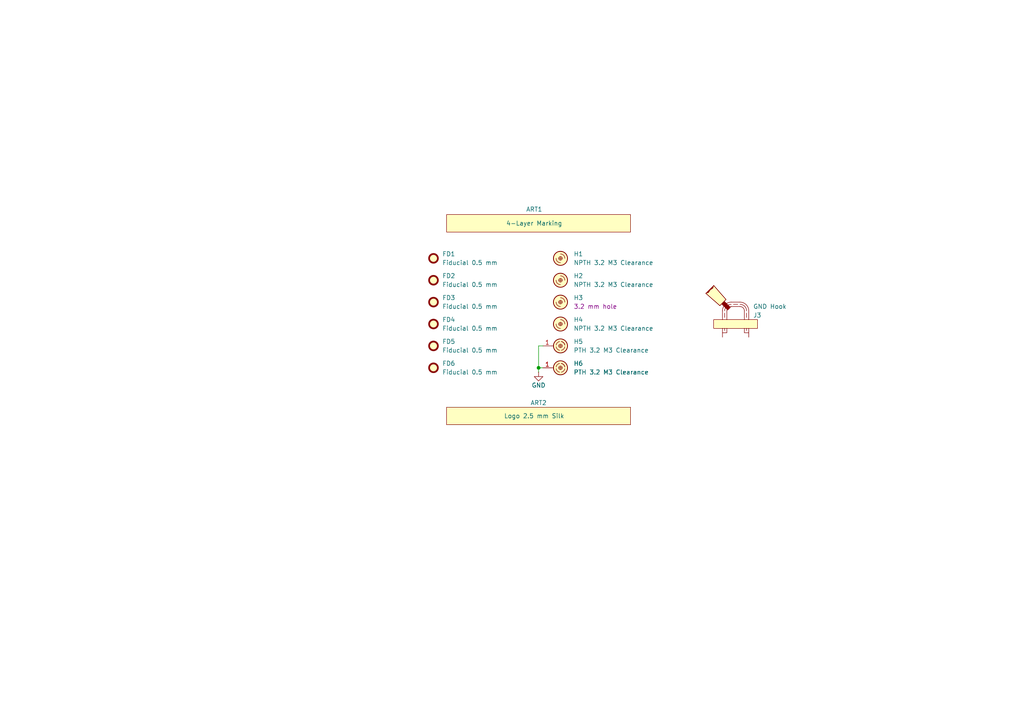
<source format=kicad_sch>
(kicad_sch (version 20231120) (generator "eeschema") (generator_version "8.0")
  (paper "A4")
  (title_block (title "Programmable Keyboard") (date "2024-08-18") (rev "3.0") (company "Kallio Designs Oy") (comment 1 "TL, NH") (comment 2 "ASSEMBLY_PN") (comment 3 "000018"))
  (lib_symbols
    (symbol "KD_Connector_Pads:CON_GND_Probe_Hook" (pin_numbers hide) (pin_names hide)
      (property "Reference" "J" (at 3.81 1.27 0))
      (property "Value" "GND Hook" (at 3.81 3.81 0))
      (symbol "CON_GND_Probe_Hook_0_1"
        (rectangle (start -7.62 0) (end 5.08 -2.54) (fill (type background)))
        (arc (start -2.54 4.445) (mid -3.887 3.887) (end -4.445 2.54))
        (polyline (pts (xy -9.906 7.62) (xy -5.842 4.064)))
        (polyline (pts (xy -9.906 7.62) (xy -5.842 4.064)))
        (polyline (pts (xy -5.08 0) (xy -5.08 2.54)) (fill (type outline)))
        (polyline (pts (xy -4.445 -3.175) (xy -4.445 -2.54)))
        (polyline (pts (xy -4.445 1.905) (xy -4.445 0.635)))
        (polyline (pts (xy -4.064 5.842) (xy -7.62 9.906)))
        (polyline (pts (xy -4.064 5.842) (xy -5.842 4.064)))
        (polyline (pts (xy -3.81 0) (xy -3.81 2.54)))
        (polyline (pts (xy -2.54 5.08) (xy 0 5.08)))
        (polyline (pts (xy -1.905 4.445) (xy -0.635 4.445)))
        (polyline (pts (xy 0 3.81) (xy -2.54 3.81)))
        (polyline (pts (xy 1.27 0) (xy 1.27 2.54)))
        (polyline (pts (xy 1.905 -3.175) (xy 1.905 -2.54)))
        (polyline (pts (xy 1.905 1.905) (xy 1.905 0.635)))
        (polyline (pts (xy 2.54 0) (xy 2.54 2.54)))
        (polyline (pts (xy -5.08 -3.81) (xy -3.81 -3.81) (xy -3.81 -2.54)))
        (polyline (pts (xy 2.54 -3.81) (xy 1.27 -3.81) (xy 1.27 -2.54)))
        (polyline (pts (xy -9.906 7.62) (xy -7.62 9.906) (xy -4.064 5.842) (xy -5.842 4.064)) (fill (type background)))
        (polyline (pts (xy -5.334 4.572) (xy -3.556 2.794) (xy -2.794 3.556) (xy -4.572 5.334)) (fill (type outline)))
        (polyline (pts (xy -9.906 7.62) (xy -9.144 7.874) (xy -8.636 8.636) (xy -7.874 9.144) (xy -7.62 9.906)) (fill (type outline)))
        (arc (start 1.27 2.54) (mid 0.898 3.438) (end 0 3.81))
        (arc (start 1.905 2.54) (mid 1.347 3.887) (end 0 4.445))
        (arc (start 2.54 2.54) (mid 1.7961 4.3361) (end 0 5.08))
      )
      (symbol "CON_GND_Probe_Hook_1_1"
        (arc (start -2.54 3.81) (mid -3.438 3.438) (end -3.81 2.54))
        (arc (start -2.54 5.08) (mid -4.3361 4.3361) (end -5.08 2.54))
        (pin passive line (at -5.08 -5.08 90) (length 2.54) (name "Pin_1") (number "1"))
        (pin passive line (at 2.54 -5.08 90) (length 2.54) (name "Pin_1") (number "2"))
      )
    )
    (symbol "KD_Mechanical:Artwork_4-Layer_marking" (pin_numbers hide) (pin_names hide) (in_bom no)
      (property "Reference" "ART" (at 0 4.064 0))
      (property "Value" "4-Layer Marking" (at 0 0 0))
      (symbol "Artwork_4-Layer_marking_0_1"
        (rectangle (start -25.4 2.54) (end 27.94 -2.54) (fill (type background)))
      )
    )
    (symbol "KD_Mechanical:Artwork_Logo_Silk_2.5mm" (pin_numbers hide) (pin_names hide) (in_bom no)
      (property "Reference" "ART" (at 0 4.064 0))
      (property "Value" "Logo 2.5 mm Silk" (at 0 0 0))
      (symbol "Artwork_Logo_Silk_2.5mm_0_1"
        (rectangle (start -25.4 2.54) (end 27.94 -2.54) (fill (type background)))
      )
    )
    (symbol "KD_Mechanical:Fiducial_0.5mm" (pin_numbers hide) (pin_names hide) (in_bom no)
      (property "Reference" "FD" (at 2.54 1.27 0))
      (property "Value" "Fiducial 0.5 mm" (at 2.54 -1.27 0))
      (symbol "Fiducial_0.5mm_0_1"
        (circle (center 0 0) (radius 1.27) (stroke (width 0.508)) (fill (type background)))
      )
    )
    (symbol "KD_Mechanical_Mounting_Hole:NPTH_3.2"
      (property "Reference" "H?" (at 2.54 1.27 0))
      (property "Code" "3.2 mm hole" (at 2.54 -1.27 0))
      (symbol "NPTH_3.2_1_0"
        (polyline (pts (xy -0.508 0) (xy 0.508 0)))
        (polyline (pts (xy 0 0.508) (xy 0 -0.508)))
      )
      (symbol "NPTH_3.2_1_1"
        (arc (start -1.27 0) (mid -0.898 -0.898) (end 0 -1.27))
        (circle (center 0 0) (radius 0.508))
        (circle (center 0 0) (radius 2.032) (stroke (width 0.254)) (fill (type background)))
        (arc (start 1.27 0) (mid 0.898 0.898) (end 0 1.27))
      )
    )
    (symbol "KD_Mechanical_Mounting_Hole:NPTH_3.2_M3_Clearance"
      (property "Reference" "H?" (at 2.54 1.27 0))
      (property "Value" "NPTH 3.2 M3 Clearance" (at 2.54 -0.762 0))
      (symbol "NPTH_3.2_M3_Clearance_1_0"
        (polyline (pts (xy -0.508 0) (xy 0.508 0)))
        (polyline (pts (xy 0 0.508) (xy 0 -0.508)))
      )
      (symbol "NPTH_3.2_M3_Clearance_1_1"
        (arc (start -1.27 0) (mid -0.898 -0.898) (end 0 -1.27))
        (circle (center 0 0) (radius 0.508))
        (circle (center 0 0) (radius 2.032) (stroke (width 0.254)) (fill (type background)))
        (arc (start 1.27 0) (mid 0.898 0.898) (end 0 1.27))
      )
    )
    (symbol "KD_Mechanical_Mounting_Hole:PTH_3.2_M3_Clearance_B"
      (property "Reference" "H?" (at 2.54 1.27 0))
      (property "Value" "PTH 3.2 M3 Clearance" (at 2.54 -1.27 0))
      (symbol "PTH_3.2_M3_Clearance_B_0_1"
        (polyline (pts (xy -2.54 0) (xy -2.032 0)))
      )
      (symbol "PTH_3.2_M3_Clearance_B_1_0"
        (polyline (pts (xy -0.508 0) (xy 0.508 0)))
        (polyline (pts (xy 0 0.508) (xy 0 -0.508)))
      )
      (symbol "PTH_3.2_M3_Clearance_B_1_1"
        (arc (start -1.2677 -0.2517) (mid -0.9139 -0.9139) (end -0.2517 -1.2677))
        (arc (start -0.2517 1.2677) (mid -0.9139 0.9139) (end -1.2677 0.2517))
        (circle (center 0 0) (radius 0.508))
        (circle (center 0 0) (radius 2.032) (stroke (width 0.254)) (fill (type background)))
        (arc (start 0.2517 -1.2677) (mid 0.9139 -0.9139) (end 1.2677 -0.2517))
        (arc (start 1.2677 0.2517) (mid 0.9139 0.9139) (end 0.2517 1.2677))
        (arc (start 1.2723 0.2563) (mid 0.9185 0.9185) (end 0.2563 1.2723))
        (pin input line (at -5.08 0 0) (length 2.54) (name "") (number "1"))
      )
    )
    (symbol "power:GND" (power) (pin_numbers hide) (pin_names (offset 0) hide)
      (property "Value" "GND" (at 0 -3.81 0))
      (symbol "GND_0_1"
        (polyline (pts (xy 0 0) (xy 0 -1.27) (xy 1.27 -1.27) (xy 0 -2.54) (xy -1.27 -1.27) (xy 0 -1.27)))
      )
      (symbol "GND_1_1"
        (pin power_in line (at 0 0 270) (length 0) (name "~") (number "1"))
      )
    )
  )
  (junction (at 156.21 106.68))
  (wire (pts (xy 157.48 100.33) (xy 156.21 100.33)))
  (wire (pts (xy 156.21 106.68) (xy 156.21 107.95)))
  (wire (pts (xy 157.48 106.68) (xy 156.21 106.68)))
  (wire (pts (xy 156.21 100.33) (xy 156.21 106.68)))
  (symbol (lib_id "KD_Mechanical:Artwork_4-Layer_marking") (at 154.94 64.77 0) (unit 1) (exclude_from_sim yes) (in_bom no)
    (property "Reference" "ART1" (at 154.94 60.706 0))
    (property "Value" "4-Layer Marking" (at 154.94 64.77 0))
    (property "Footprint" "KD_Mechanical:ART_4-LAYER" (effects (hide yes)))
    (property "Description" "Artwork" (effects (hide yes)))
    (property "Manufacturer" "DNP" (effects (hide yes)))
    (property "MFG_PartNo" "DNP" (effects (hide yes)))
    (property "Supplier" "DNP" (effects (hide yes)))
    (property "Supplier_PartNo" "DNP" (effects (hide yes)))
    (property "DNP" "T" (effects (hide yes)))
    (property "Price" "0.00" (effects (hide yes)))
  )
  (symbol (lib_id "KD_Mechanical_Mounting_Hole:NPTH_3.2_M3_Clearance") (at 162.56 81.28 0) (unit 1)
    (property "Reference" "H2" (at 166.37 80.0099 0) (effects (justify left)))
    (property "Value" "NPTH 3.2 M3 Clearance" (at 166.37 82.5499 0) (effects (justify left)))
    (property "Footprint" "KD_Mechanical_Mounting_Hole:NPTH_3.2mm_M3_clearance" (effects (hide yes)))
    (property "Description" "Hole" (effects (hide yes)))
    (property "Manufacturer" "DNP" (effects (hide yes)))
    (property "MFG_PartNo" "DNP" (effects (hide yes)))
    (property "Supplier" "DNP" (effects (hide yes)))
    (property "Supplier_PartNo" "DNP" (effects (hide yes)))
    (property "DNP" "T" (effects (hide yes)))
    (property "Price" "0.00" (effects (hide yes)))
  )
  (symbol (lib_id "KD_Mechanical:Fiducial_0.5mm") (at 125.73 81.28 0) (unit 1) (in_bom no)
    (property "Reference" "FD2" (at 128.27 80.0099 0) (effects (justify left)))
    (property "Value" "Fiducial 0.5 mm" (at 128.27 82.5499 0) (effects (justify left)))
    (property "Footprint" "KD_Mechanical:Fiducial_0.5mm_Mask1mm" (effects (hide yes)))
    (property "Description" "Fiducial" (effects (hide yes)))
    (property "Manufacturer" "DNP" (effects (hide yes)))
    (property "MFG_PartNo" "DNP" (effects (hide yes)))
    (property "Supplier" "DNP" (effects (hide yes)))
    (property "Supplier_PartNo" "DNP" (effects (hide yes)))
    (property "DNP" "T" (effects (hide yes)))
    (property "Price" "0.00" (effects (hide yes)))
  )
  (symbol (lib_id "KD_Mechanical_Mounting_Hole:PTH_3.2_M3_Clearance_B") (at 162.56 106.68 0) (unit 1)
    (property "Reference" "H6" (at 166.37 105.4099 0) (effects (justify left)))
    (property "Value" "PTH 3.2 M3 Clearance" (at 166.37 107.9499 0) (effects (justify left)))
    (property "Footprint" "KD_Mechanical_Mounting_Hole:PTH_3.2mm_M3_clearance_B" (effects (hide yes)))
    (property "Description" "Hole" (effects (hide yes)))
    (property "Manufacturer" "DNP" (effects (hide yes)))
    (property "MFG_PartNo" "DNP" (effects (hide yes)))
    (property "Supplier" "DNP" (effects (hide yes)))
    (property "Supplier_PartNo" "DNP" (effects (hide yes)))
    (property "DNP" "T" (effects (hide yes)))
    (property "Price" "0.00" (effects (hide yes)))
  )
  (symbol (lib_id "KD_Mechanical:Fiducial_0.5mm") (at 125.73 93.98 0) (unit 1) (in_bom no)
    (property "Reference" "FD4" (at 128.27 92.7099 0) (effects (justify left)))
    (property "Value" "Fiducial 0.5 mm" (at 128.27 95.2499 0) (effects (justify left)))
    (property "Footprint" "KD_Mechanical:Fiducial_0.5mm_Mask1mm" (effects (hide yes)))
    (property "Description" "Fiducial" (effects (hide yes)))
    (property "Manufacturer" "DNP" (effects (hide yes)))
    (property "MFG_PartNo" "DNP" (effects (hide yes)))
    (property "Supplier" "DNP" (effects (hide yes)))
    (property "Supplier_PartNo" "DNP" (effects (hide yes)))
    (property "DNP" "T" (effects (hide yes)))
    (property "Price" "0.00" (effects (hide yes)))
  )
  (symbol (lib_id "KD_Mechanical_Mounting_Hole:PTH_3.2_M3_Clearance_B") (at 162.56 100.33 0) (unit 1)
    (property "Reference" "H5" (at 166.37 99.0599 0) (effects (justify left)))
    (property "Value" "PTH 3.2 M3 Clearance" (at 166.37 101.5999 0) (effects (justify left)))
    (property "Footprint" "KD_Mechanical_Mounting_Hole:PTH_3.2mm_M3_clearance_B" (effects (hide yes)))
    (property "Description" "Hole" (effects (hide yes)))
    (property "Manufacturer" "DNP" (effects (hide yes)))
    (property "MFG_PartNo" "DNP" (effects (hide yes)))
    (property "Supplier" "DNP" (effects (hide yes)))
    (property "Supplier_PartNo" "DNP" (effects (hide yes)))
    (property "DNP" "T" (effects (hide yes)))
    (property "Price" "0.00" (effects (hide yes)))
  )
  (symbol (lib_id "KD_Mechanical:Fiducial_0.5mm") (at 125.73 87.63 0) (unit 1) (in_bom no)
    (property "Reference" "FD3" (at 128.27 86.3599 0) (effects (justify left)))
    (property "Value" "Fiducial 0.5 mm" (at 128.27 88.8999 0) (effects (justify left)))
    (property "Footprint" "KD_Mechanical:Fiducial_0.5mm_Mask1mm" (effects (hide yes)))
    (property "Description" "Fiducial" (effects (hide yes)))
    (property "Manufacturer" "DNP" (effects (hide yes)))
    (property "MFG_PartNo" "DNP" (effects (hide yes)))
    (property "Supplier" "DNP" (effects (hide yes)))
    (property "Supplier_PartNo" "DNP" (effects (hide yes)))
    (property "DNP" "T" (effects (hide yes)))
    (property "Price" "0.00" (effects (hide yes)))
  )
  (symbol (lib_id "KD_Mechanical_Mounting_Hole:NPTH_3.2_M3_Clearance") (at 162.56 93.98 0) (unit 1)
    (property "Reference" "H4" (at 166.37 92.7099 0) (effects (justify left)))
    (property "Value" "NPTH 3.2 M3 Clearance" (at 166.37 95.2499 0) (effects (justify left)))
    (property "Footprint" "KD_Mechanical_Mounting_Hole:NPTH_3.2mm_M3_clearance" (effects (hide yes)))
    (property "Description" "Hole" (effects (hide yes)))
    (property "Manufacturer" "DNP" (effects (hide yes)))
    (property "MFG_PartNo" "DNP" (effects (hide yes)))
    (property "Supplier" "DNP" (effects (hide yes)))
    (property "Supplier_PartNo" "DNP" (effects (hide yes)))
    (property "DNP" "T" (effects (hide yes)))
    (property "Price" "0.00" (effects (hide yes)))
  )
  (symbol (lib_id "KD_Mechanical:Artwork_Logo_Silk_2.5mm") (at 154.94 120.65 0) (unit 1) (exclude_from_sim yes) (in_bom no)
    (property "Reference" "ART2" (at 156.21 116.84 0))
    (property "Value" "Logo 2.5 mm Silk" (at 154.94 120.65 0))
    (property "Footprint" "KD_Mechanical:ART_LOGO_TEXT_2.5MM_SILK" (effects (hide yes)))
    (property "Description" "Artwork" (effects (hide yes)))
    (property "Manufacturer" "DNP" (effects (hide yes)))
    (property "MFG_PartNo" "DNP" (effects (hide yes)))
    (property "Supplier" "DNP" (effects (hide yes)))
    (property "Supplier_PartNo" "DNP" (effects (hide yes)))
    (property "DNP" "T" (effects (hide yes)))
    (property "Price" "0.00" (effects (hide yes)))
  )
  (symbol (lib_id "KD_Mechanical_Mounting_Hole:NPTH_3.2") (at 162.56 87.63 0) (unit 1)
    (property "Reference" "H3" (at 166.37 86.3599 0) (effects (justify left)))
    (property "Value" "NPTH_3.2" (effects (hide yes)))
    (property "Footprint" "KD_Mechanical_Mounting_Hole:NPTH_3.2mm" (effects (hide yes)))
    (property "Description" "Hole" (effects (hide yes)))
    (property "Manufacturer" "DNP" (effects (hide yes)))
    (property "MFG_PartNo" "DNP" (effects (hide yes)))
    (property "Supplier" "DNP" (effects (hide yes)))
    (property "Supplier_PartNo" "DNP" (effects (hide yes)))
    (property "DNP" "T" (effects (hide yes)))
    (property "Price" "0.00" (effects (hide yes)))
    (property "Code" "3.2 mm hole" (at 166.37 88.8999 0) (effects (justify left)))
  )
  (symbol (lib_id "KD_Connector_Pads:CON_GND_Probe_Hook") (at 214.63 92.71 0) (unit 1)
    (property "Reference" "J3" (at 218.44 91.44 0) (effects (justify left)))
    (property "Value" "GND Hook" (at 218.44 88.9 0) (effects (justify left)))
    (property "Footprint" "KD_Connector_Pads:GND_HOOK_M" (effects (hide yes)))
    (property "Description" "Oscilloscope probe GND hook" (effects (hide yes)))
    (property "Manufacturer" "DNP" (effects (hide yes)))
    (property "MFG_PartNo" "DNP" (effects (hide yes)))
    (property "Supplier" "DNP" (effects (hide yes)))
    (property "Supplier_PartNo" "DNP" (effects (hide yes)))
    (property "DNP" "T" (effects (hide yes)))
    (property "Price" "0.00" (effects (hide yes)))
  )
  (symbol (lib_id "power:GND") (at 156.21 107.95 0) (mirror y) (unit 1)
    (property "Reference" "#GND04" (effects (hide yes)))
    (property "Value" "GND" (at 156.21 111.76 0))
    (property "Description" "Power symbol creates a global label with name \"GND\" , ground" (effects (hide yes)))
    (instances (project "000052 RCCON" (path "" (reference "#GND04") (unit 1))) (project "000018 PGKB" (path "" (reference "#GND037") (unit 1))))
  )
  (symbol (lib_id "KD_Mechanical_Mounting_Hole:NPTH_3.2_M3_Clearance") (at 162.56 74.93 0) (unit 1)
    (property "Reference" "H1" (at 166.37 73.6599 0) (effects (justify left)))
    (property "Value" "NPTH 3.2 M3 Clearance" (at 166.37 76.1999 0) (effects (justify left)))
    (property "Footprint" "KD_Mechanical_Mounting_Hole:NPTH_3.2mm_M3_clearance" (effects (hide yes)))
    (property "Description" "Hole" (effects (hide yes)))
    (property "Manufacturer" "DNP" (effects (hide yes)))
    (property "MFG_PartNo" "DNP" (effects (hide yes)))
    (property "Supplier" "DNP" (effects (hide yes)))
    (property "Supplier_PartNo" "DNP" (effects (hide yes)))
    (property "DNP" "T" (effects (hide yes)))
    (property "Price" "0.00" (effects (hide yes)))
  )
  (symbol (lib_id "KD_Mechanical:Fiducial_0.5mm") (at 125.73 106.68 0) (unit 1) (in_bom no)
    (property "Reference" "FD6" (at 128.27 105.4099 0) (effects (justify left)))
    (property "Value" "Fiducial 0.5 mm" (at 128.27 107.9499 0) (effects (justify left)))
    (property "Footprint" "KD_Mechanical:Fiducial_0.5mm_Mask1mm" (effects (hide yes)))
    (property "Description" "Fiducial" (effects (hide yes)))
    (property "Manufacturer" "DNP" (effects (hide yes)))
    (property "MFG_PartNo" "DNP" (effects (hide yes)))
    (property "Supplier" "DNP" (effects (hide yes)))
    (property "Supplier_PartNo" "DNP" (effects (hide yes)))
    (property "DNP" "T" (effects (hide yes)))
    (property "Price" "0.00" (effects (hide yes)))
  )
  (symbol (lib_id "KD_Mechanical:Fiducial_0.5mm") (at 125.73 74.93 0) (unit 1) (in_bom no)
    (property "Reference" "FD1" (at 128.27 73.6599 0) (effects (justify left)))
    (property "Value" "Fiducial 0.5 mm" (at 128.27 76.1999 0) (effects (justify left)))
    (property "Footprint" "KD_Mechanical:Fiducial_0.5mm_Mask1mm" (effects (hide yes)))
    (property "Description" "Fiducial" (effects (hide yes)))
    (property "Manufacturer" "DNP" (effects (hide yes)))
    (property "MFG_PartNo" "DNP" (effects (hide yes)))
    (property "Supplier" "DNP" (effects (hide yes)))
    (property "Supplier_PartNo" "DNP" (effects (hide yes)))
    (property "DNP" "T" (effects (hide yes)))
    (property "Price" "0.00" (effects (hide yes)))
  )
  (symbol (lib_id "KD_Mechanical:Fiducial_0.5mm") (at 125.73 100.33 0) (unit 1) (in_bom no)
    (property "Reference" "FD5" (at 128.27 99.0599 0) (effects (justify left)))
    (property "Value" "Fiducial 0.5 mm" (at 128.27 101.5999 0) (effects (justify left)))
    (property "Footprint" "KD_Mechanical:Fiducial_0.5mm_Mask1mm" (effects (hide yes)))
    (property "Description" "Fiducial" (effects (hide yes)))
    (property "Manufacturer" "DNP" (effects (hide yes)))
    (property "MFG_PartNo" "DNP" (effects (hide yes)))
    (property "Supplier" "DNP" (effects (hide yes)))
    (property "Supplier_PartNo" "DNP" (effects (hide yes)))
    (property "DNP" "T" (effects (hide yes)))
    (property "Price" "0.00" (effects (hide yes)))
  )
)
</source>
